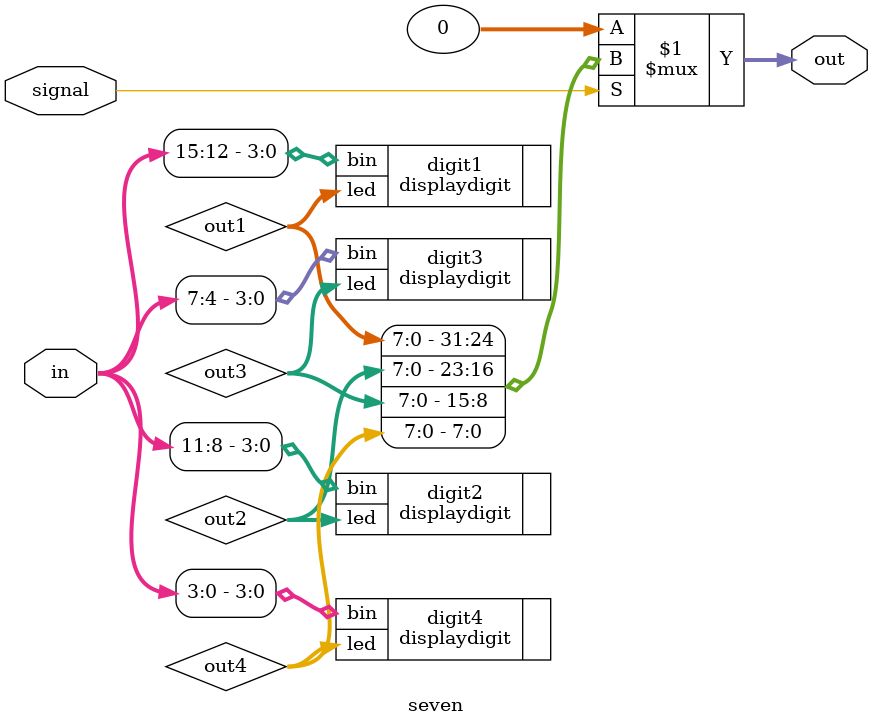
<source format=v>
module seven(in, signal, out);
	input [15:0] in; // from ar 
	input signal; // if signal==0, output 0
	output [31:0] out; // to 7segLED
	
	wire [7:0] out1, out2, out3, out4;
	
	displaydigit digit1 (
	.bin(in[15:12]),
	.led(out1)
	);

	displaydigit digit2 (
	.bin(in[11:8]),
	.led(out2)
	);

	displaydigit digit3 (
	.bin(in[7:4]),
	.led(out3)
	);
	
	displaydigit digit4 (
	.bin(in[3:0]),
	.led(out4)
	);
		
	assign out = (signal) ? {out1, out2, out3, out4}:
						32'b0000_0000_0000_0000_0000_0000_0000_0000;
endmodule
	
</source>
